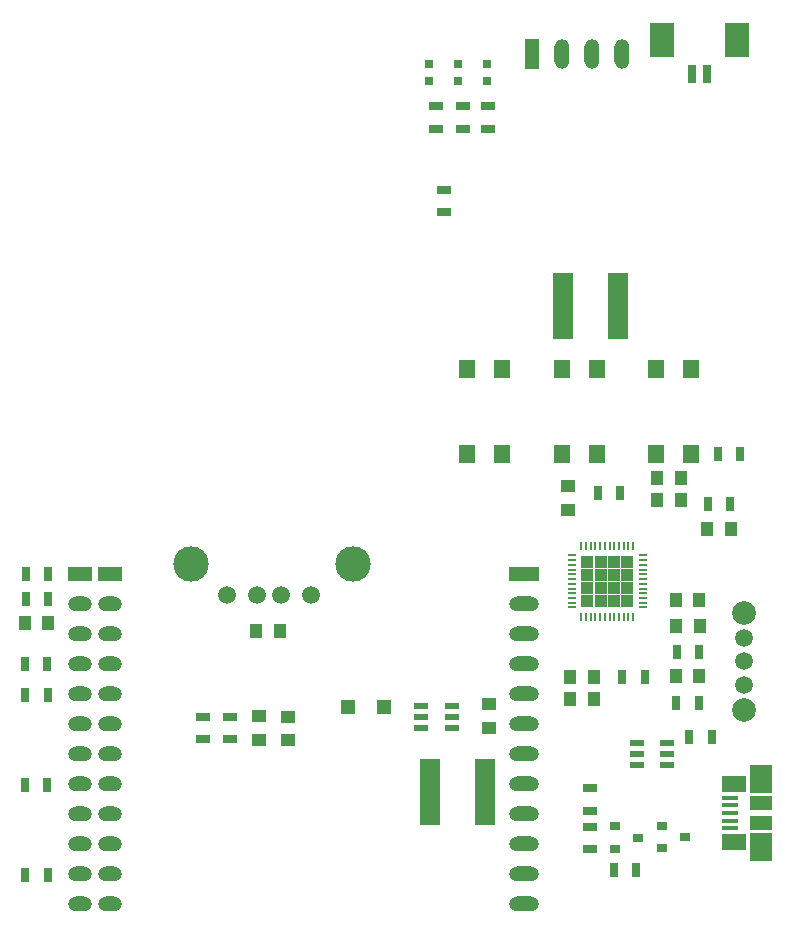
<source format=gbr>
G04 #@! TF.FileFunction,Soldermask,Top*
%FSLAX46Y46*%
G04 Gerber Fmt 4.6, Leading zero omitted, Abs format (unit mm)*
G04 Created by KiCad (PCBNEW 4.0.6) date Monday, July 30, 2018 'PMt' 08:55:28 PM*
%MOMM*%
%LPD*%
G01*
G04 APERTURE LIST*
%ADD10C,0.100000*%
%ADD11R,0.800000X1.600000*%
%ADD12R,2.100000X3.000000*%
%ADD13C,1.500000*%
%ADD14C,2.000000*%
%ADD15R,0.797560X0.797560*%
%ADD16R,1.300000X0.700000*%
%ADD17C,1.501140*%
%ADD18C,2.999740*%
%ADD19R,1.380000X0.450000*%
%ADD20R,2.100000X1.475000*%
%ADD21R,1.900000X2.375000*%
%ADD22R,1.900000X1.175000*%
%ADD23R,1.270000X2.540000*%
%ADD24O,1.270000X2.540000*%
%ADD25R,0.700000X1.300000*%
%ADD26R,1.400000X1.600000*%
%ADD27R,2.000000X1.270000*%
%ADD28O,2.000000X1.270000*%
%ADD29R,2.540000X1.270000*%
%ADD30O,2.540000X1.270000*%
%ADD31R,1.000000X1.250000*%
%ADD32R,1.250000X1.000000*%
%ADD33R,1.200000X0.600000*%
%ADD34R,1.800000X5.700000*%
%ADD35R,0.900000X0.800000*%
%ADD36R,1.250000X1.220000*%
%ADD37R,0.800000X0.200000*%
%ADD38R,0.200000X0.800000*%
%ADD39R,1.112500X1.112500*%
G04 APERTURE END LIST*
D10*
D11*
X167624000Y-63671800D03*
D12*
X171434000Y-60750800D03*
X165084000Y-60750800D03*
D11*
X168894000Y-63671800D03*
D13*
X172059600Y-115385600D03*
X172059600Y-113385600D03*
X172059600Y-111385600D03*
D14*
X172059600Y-117485600D03*
X172059600Y-109285600D03*
D15*
X147828000Y-64300100D03*
X147828000Y-62801500D03*
D16*
X145999200Y-66410800D03*
X145999200Y-68310800D03*
D15*
X150266400Y-64300100D03*
X150266400Y-62801500D03*
D16*
X150368000Y-68310800D03*
X150368000Y-66410800D03*
X148285200Y-68310800D03*
X148285200Y-66410800D03*
D17*
X128269140Y-107799720D03*
X130809140Y-107799720D03*
X132841140Y-107799720D03*
X135381140Y-107799720D03*
D18*
X125221140Y-105132720D03*
X138937140Y-105132720D03*
D19*
X170882000Y-127538000D03*
X170882000Y-126888000D03*
X170882000Y-126238000D03*
X170882000Y-125588000D03*
X170882000Y-124938000D03*
D20*
X171242000Y-128700500D03*
X171242000Y-123775500D03*
D21*
X173542000Y-129148000D03*
X173542000Y-123328000D03*
D22*
X173542000Y-127078000D03*
X173542000Y-125398000D03*
D23*
X154076400Y-61986800D03*
D24*
X156616400Y-61986800D03*
X159156400Y-61986800D03*
X161696400Y-61986800D03*
D25*
X162925800Y-131038600D03*
X161025800Y-131038600D03*
D26*
X148614000Y-95827400D03*
X151614000Y-95827400D03*
X148614000Y-88627400D03*
X151614000Y-88627400D03*
X156615000Y-95827400D03*
X159615000Y-95827400D03*
X156615000Y-88627400D03*
X159615000Y-88627400D03*
D27*
X115874800Y-106019600D03*
D28*
X115874800Y-108559600D03*
X115874800Y-111099600D03*
X115874800Y-113639600D03*
X115874800Y-116179600D03*
X115874800Y-118719600D03*
X115874800Y-121259600D03*
X115874800Y-123799600D03*
X115874800Y-126339600D03*
X115874800Y-128879600D03*
X115874800Y-131419600D03*
X115874800Y-133959600D03*
D25*
X113065600Y-113639600D03*
X111165600Y-113639600D03*
D15*
X145389600Y-64300100D03*
X145389600Y-62801500D03*
D16*
X146659600Y-75346600D03*
X146659600Y-73446600D03*
D29*
X153466800Y-106019600D03*
D30*
X153466800Y-108559600D03*
X153466800Y-111099600D03*
X153466800Y-113639600D03*
X153466800Y-116179600D03*
X153466800Y-118719600D03*
X153466800Y-121259600D03*
X153466800Y-123799600D03*
X153466800Y-126339600D03*
X153466800Y-128879600D03*
X153466800Y-131419600D03*
X153466800Y-133959600D03*
D31*
X164735000Y-99720400D03*
X166735000Y-99720400D03*
X164735000Y-97840800D03*
X166735000Y-97840800D03*
D32*
X157175200Y-98568000D03*
X157175200Y-100568000D03*
X150469600Y-119033800D03*
X150469600Y-117033800D03*
D31*
X168284400Y-114655600D03*
X166284400Y-114655600D03*
X168284400Y-108204000D03*
X166284400Y-108204000D03*
D32*
X133477000Y-118075200D03*
X133477000Y-120075200D03*
X131013200Y-118024400D03*
X131013200Y-120024400D03*
D31*
X168335200Y-110439200D03*
X166335200Y-110439200D03*
D25*
X161579600Y-99110800D03*
X159679600Y-99110800D03*
X168976000Y-100076000D03*
X170876000Y-100076000D03*
X161762400Y-114681000D03*
X163662400Y-114681000D03*
X111216400Y-131470400D03*
X113116400Y-131470400D03*
X111216400Y-116230400D03*
X113116400Y-116230400D03*
X168285200Y-112572800D03*
X166385200Y-112572800D03*
X166334400Y-116941600D03*
X168234400Y-116941600D03*
D16*
X126238000Y-118074400D03*
X126238000Y-119974400D03*
X128574800Y-118099800D03*
X128574800Y-119999800D03*
D33*
X144750000Y-117160000D03*
X144750000Y-118110000D03*
X144750000Y-119060000D03*
X147350000Y-119060000D03*
X147350000Y-117160000D03*
X147350000Y-118110000D03*
D27*
X118364000Y-106019600D03*
D28*
X118364000Y-108559600D03*
X118364000Y-111099600D03*
X118364000Y-113639600D03*
X118364000Y-116179600D03*
X118364000Y-118719600D03*
X118364000Y-121259600D03*
X118364000Y-123799600D03*
X118364000Y-126339600D03*
X118364000Y-128879600D03*
X118364000Y-131419600D03*
X118364000Y-133959600D03*
D25*
X113167200Y-106019600D03*
X111267200Y-106019600D03*
X113167200Y-108102400D03*
X111267200Y-108102400D03*
D31*
X111166400Y-110185200D03*
X113166400Y-110185200D03*
X159369000Y-114681000D03*
X157369000Y-114681000D03*
X159369000Y-116586000D03*
X157369000Y-116586000D03*
X170926000Y-102158800D03*
X168926000Y-102158800D03*
D25*
X169326600Y-119811800D03*
X167426600Y-119811800D03*
D33*
X162961800Y-120284200D03*
X162961800Y-121234200D03*
X162961800Y-122184200D03*
X165561800Y-122184200D03*
X165561800Y-120284200D03*
X165561800Y-121234200D03*
D34*
X161404800Y-83286600D03*
X156704800Y-83286600D03*
X150152600Y-124485400D03*
X145452600Y-124485400D03*
D26*
X164590600Y-95827400D03*
X167590600Y-95827400D03*
X164590600Y-88627400D03*
X167590600Y-88627400D03*
D35*
X161102800Y-127370800D03*
X161102800Y-129270800D03*
X163102800Y-128320800D03*
X165090600Y-127294600D03*
X165090600Y-129194600D03*
X167090600Y-128244600D03*
D25*
X171765000Y-95834200D03*
X169865000Y-95834200D03*
X111191000Y-123825000D03*
X113091000Y-123825000D03*
D16*
X159054800Y-126045000D03*
X159054800Y-124145000D03*
X159054800Y-127396200D03*
X159054800Y-129296200D03*
D31*
X132775200Y-110794800D03*
X130775200Y-110794800D03*
D36*
X138555600Y-117246400D03*
X141555600Y-117246400D03*
D37*
X157477200Y-104429200D03*
X157477200Y-104829200D03*
X157477200Y-105229200D03*
X157477200Y-105629200D03*
X157477200Y-106029200D03*
X157477200Y-106429200D03*
X157477200Y-106829200D03*
X157477200Y-107229200D03*
X157477200Y-107629200D03*
X157477200Y-108029200D03*
X157477200Y-108429200D03*
X157477200Y-108829200D03*
D38*
X158277200Y-109629200D03*
X158677200Y-109629200D03*
X159077200Y-109629200D03*
X159477200Y-109629200D03*
X159877200Y-109629200D03*
X160277200Y-109629200D03*
X160677200Y-109629200D03*
X161077200Y-109629200D03*
X161477200Y-109629200D03*
X161877200Y-109629200D03*
X162277200Y-109629200D03*
X162677200Y-109629200D03*
D37*
X163477200Y-108829200D03*
X163477200Y-108429200D03*
X163477200Y-108029200D03*
X163477200Y-107629200D03*
X163477200Y-107229200D03*
X163477200Y-106829200D03*
X163477200Y-106429200D03*
X163477200Y-106029200D03*
X163477200Y-105629200D03*
X163477200Y-105229200D03*
X163477200Y-104829200D03*
X163477200Y-104429200D03*
D38*
X162677200Y-103629200D03*
X162277200Y-103629200D03*
X161877200Y-103629200D03*
X161477200Y-103629200D03*
X161077200Y-103629200D03*
X160677200Y-103629200D03*
X160277200Y-103629200D03*
X159877200Y-103629200D03*
X159477200Y-103629200D03*
X159077200Y-103629200D03*
X158677200Y-103629200D03*
X158277200Y-103629200D03*
D39*
X162145950Y-108297950D03*
X162145950Y-107185450D03*
X162145950Y-106072950D03*
X162145950Y-104960450D03*
X161033450Y-108297950D03*
X161033450Y-107185450D03*
X161033450Y-106072950D03*
X161033450Y-104960450D03*
X159920950Y-108297950D03*
X159920950Y-107185450D03*
X159920950Y-106072950D03*
X159920950Y-104960450D03*
X158808450Y-108297950D03*
X158808450Y-107185450D03*
X158808450Y-106072950D03*
X158808450Y-104960450D03*
M02*

</source>
